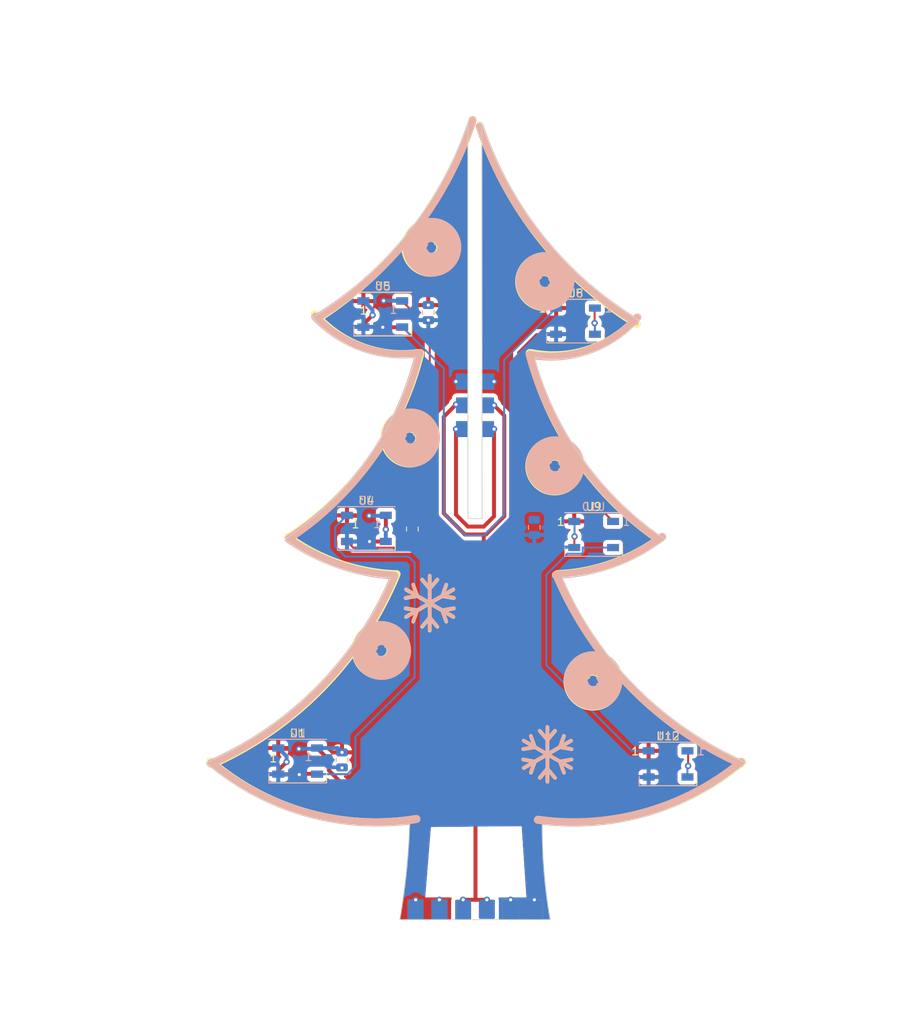
<source format=kicad_pcb>
(kicad_pcb (version 20221018) (generator pcbnew)
  (title_block (comment 4 "AISLER Project ID: LXSYRWOQ"))
  (layers (0 "F.Cu" signal) (31 "B.Cu" signal) (34 "B.Paste" user) (35 "F.Paste" user) (36 "B.SilkS" user "B.Silkscreen") (37 "F.SilkS" user "F.Silkscreen") (38 "B.Mask" user) (39 "F.Mask" user) (44 "Edge.Cuts" user))
  (net 0 "")
  (net 1 "+5V")
  (net 2 "GND")
  (net 3 "/DIN")
  (net 4 "Net-(U1-DOUT)")
  (net 5 "Net-(U2-DOUT)")
  (net 6 "Net-(U3-DOUT)")
  (net 7 "Net-(U4-DOUT)")
  (net 8 "Net-(U5-DOUT)")
  (net 9 "/Dout")
  (net 10 "Net-(U6-DOUT)")
  (net 11 "Net-(U7-DOUT)")
  (net 12 "Net-(U8-DOUT)")
  (net 13 "Net-(U10-DIN)")
  (net 14 "Net-(U10-DOUT)")
  (net 15 "Net-(U11-DOUT)")
  (footprint "Capacitor_SMD:C_0805_2012Metric" (layer "F.Cu") (at 131.584 80.711 -90)
    (fp_text reference "C16" hide)
    (fp_text value "0.1uF")
    (pad "1" smd roundrect (at -0.95 0 270) (size 1 1.45) (layers "F.Cu" "F.Paste" "F.Mask") (net 1 "+5V"))
    (pad "2" smd roundrect (at 0.95 0 270) (size 1 1.45) (layers "F.Cu" "F.Paste" "F.Mask") (net 2 "GND"))
  )
  (footprint "LOGO" (layer "F.Cu") (at 127.6 95.5 10)
    (fp_text reference "G***" hide)
    (fp_text value "LOGO" hide)
  )
  (footprint "LED_SMD:LED_WS2812B_PLCC4_5.0x5.0mm_P3.2mm" (layer "F.Cu") (at 127.85 53.6)
    (fp_text reference "U5" (at 0 -3.5) (layer "F.SilkS"))
    (fp_text value "WS2812B")
    (fp_text user "1" (at -2.425 -0.475) (layer "F.SilkS"))
    (pad "1" smd rect (at -2.45 -1.65) (size 1.5 0.9) (layers "F.Cu" "F.Paste" "F.Mask") (net 1 "+5V"))
    (pad "2" smd rect (at -2.45 1.65) (size 1.5 0.9) (layers "F.Cu" "F.Paste" "F.Mask") (net 8 "Net-(U5-DOUT)"))
    (pad "3" smd rect (at 2.45 1.65) (size 1.5 0.9) (layers "F.Cu" "F.Paste" "F.Mask") (net 2 "GND"))
    (pad "4" smd rect (at 2.45 -1.65) (size 1.5 0.9) (layers "F.Cu" "F.Paste" "F.Mask") (net 7 "Net-(U4-DOUT)"))
  )
  (footprint "Capacitor_SMD:C_0805_2012Metric" (layer "F.Cu") (at 133.6 53.4 -90)
    (fp_text reference "C12" hide)
    (fp_text value "0.1uF")
    (pad "1" smd roundrect (at -0.95 0 270) (size 1 1.45) (layers "F.Cu" "F.Paste" "F.Mask") (net 1 "+5V"))
    (pad "2" smd roundrect (at 0.95 0 270) (size 1 1.45) (layers "F.Cu" "F.Paste" "F.Mask") (net 2 "GND"))
  )
  (footprint "LED_SMD:LED_WS2812B_PLCC4_5.0x5.0mm_P3.2mm" (layer "F.Cu") (at 117.1 110)
    (fp_text reference "U1" (at 0 -3.5) (layer "F.SilkS"))
    (fp_text value "WS2812B")
    (fp_text user "1" (at -3.075 -0.35) (layer "F.SilkS"))
    (pad "1" smd rect (at -2.45 -1.65) (size 1.5 0.9) (layers "F.Cu" "F.Paste" "F.Mask") (net 1 "+5V"))
    (pad "2" smd rect (at -2.45 1.65) (size 1.5 0.9) (layers "F.Cu" "F.Paste" "F.Mask") (net 4 "Net-(U1-DOUT)"))
    (pad "3" smd rect (at 2.45 1.65) (size 1.5 0.9) (layers "F.Cu" "F.Paste" "F.Mask") (net 2 "GND"))
    (pad "4" smd rect (at 2.45 -1.65) (size 1.5 0.9) (layers "F.Cu" "F.Paste" "F.Mask") (net 3 "/DIN"))
  )
  (footprint "LED_SMD:LED_WS2812B_PLCC4_5.0x5.0mm_P3.2mm" (layer "F.Cu") (at 152.195 54.473)
    (fp_text reference "U8" (at 0 -3.5 -360) (layer "F.SilkS"))
    (fp_text value "WS2812B")
    (fp_text user "1" (at -4.15 -1.6 -360) (layer "F.SilkS"))
    (pad "1" smd rect (at -2.45 -1.65) (size 1.5 0.9) (layers "F.Cu" "F.Paste" "F.Mask") (net 1 "+5V"))
    (pad "2" smd rect (at -2.45 1.65) (size 1.5 0.9) (layers "F.Cu" "F.Paste" "F.Mask") (net 12 "Net-(U8-DOUT)"))
    (pad "3" smd rect (at 2.45 1.65) (size 1.5 0.9) (layers "F.Cu" "F.Paste" "F.Mask") (net 2 "GND"))
    (pad "4" smd rect (at 2.45 -1.65) (size 1.5 0.9) (layers "F.Cu" "F.Paste" "F.Mask") (net 11 "Net-(U7-DOUT)"))
  )
  (footprint "LED_SMD:LED_WS2812B_PLCC4_5.0x5.0mm_P3.2mm" (layer "F.Cu") (at 154.481 81.397)
    (fp_text reference "U9" (at 0 -3.5) (layer "F.SilkS"))
    (fp_text value "WS2812B")
    (fp_text user "1" (at -4.15 -1.6) (layer "F.SilkS"))
    (pad "1" smd rect (at -2.45 -1.65) (size 1.5 0.9) (layers "F.Cu" "F.Paste" "F.Mask") (net 1 "+5V"))
    (pad "2" smd rect (at -2.45 1.65) (size 1.5 0.9) (layers "F.Cu" "F.Paste" "F.Mask") (net 13 "Net-(U10-DIN)"))
    (pad "3" smd rect (at 2.45 1.65) (size 1.5 0.9) (layers "F.Cu" "F.Paste" "F.Mask") (net 2 "GND"))
    (pad "4" smd rect (at 2.45 -1.65) (size 1.5 0.9) (layers "F.Cu" "F.Paste" "F.Mask") (net 12 "Net-(U8-DOUT)"))
  )
  (footprint "LOGO" (layer "F.Cu") (at 148.65 109.15)
    (fp_text reference "G***" hide)
    (fp_text value "LOGO" hide)
  )
  (footprint "LOGO" (layer "F.Cu") (at 148.374308 48.95 -10)
    (fp_text reference "G***" hide)
    (fp_text value "LOGO" hide)
  )
  (footprint "Capacitor_SMD:C_0805_2012Metric" (layer "F.Cu") (at 122.7 109.85 -90)
    (fp_text reference "C14" hide)
    (fp_text value "0.1uF")
    (pad "1" smd roundrect (at -0.95 0 270) (size 1 1.45) (layers "F.Cu" "F.Paste" "F.Mask") (net 1 "+5V"))
    (pad "2" smd roundrect (at 0.95 0 270) (size 1 1.45) (layers "F.Cu" "F.Paste" "F.Mask") (net 2 "GND"))
  )
  (footprint "LOGO" (layer "F.Cu") (at 133.78 90.083)
    (fp_text reference "G***" hide)
    (fp_text value "LOGO" hide)
  )
  (footprint "LED_SMD:LED_WS2812B_PLCC4_5.0x5.0mm_P3.2mm" (layer "F.Cu") (at 125.779 80.635)
    (fp_text reference "U4" (at 0 -3.5) (layer "F.SilkS"))
    (fp_text value "WS2812B")
    (fp_text user "1" (at -1.375 -0.525) (layer "F.SilkS"))
    (pad "1" smd rect (at -2.45 -1.65) (size 1.5 0.9) (layers "F.Cu" "F.Paste" "F.Mask") (net 1 "+5V"))
    (pad "2" smd rect (at -2.45 1.65) (size 1.5 0.9) (layers "F.Cu" "F.Paste" "F.Mask") (net 7 "Net-(U4-DOUT)"))
    (pad "3" smd rect (at 2.45 1.65) (size 1.5 0.9) (layers "F.Cu" "F.Paste" "F.Mask") (net 2 "GND"))
    (pad "4" smd rect (at 2.45 -1.65) (size 1.5 0.9) (layers "F.Cu" "F.Paste" "F.Mask") (net 6 "Net-(U3-DOUT)"))
  )
  (footprint "LED_SMD:LED_WS2812B_PLCC4_5.0x5.0mm_P3.2mm" (layer "F.Cu") (at 163.879 110.353)
    (fp_text reference "U12" (at 0 -3.5) (layer "F.SilkS"))
    (fp_text value "WS2812B")
    (fp_text user "1" (at -4.15 -1.6) (layer "F.SilkS"))
    (pad "1" smd rect (at -2.45 -1.65) (size 1.5 0.9) (layers "F.Cu" "F.Paste" "F.Mask") (net 1 "+5V"))
    (pad "2" smd rect (at -2.45 1.65) (size 1.5 0.9) (layers "F.Cu" "F.Paste" "F.Mask") (net 9 "/Dout"))
    (pad "3" smd rect (at 2.45 1.65) (size 1.5 0.9) (layers "F.Cu" "F.Paste" "F.Mask") (net 2 "GND"))
    (pad "4" smd rect (at 2.45 -1.65) (size 1.5 0.9) (layers "F.Cu" "F.Paste" "F.Mask") (net 15 "Net-(U11-DOUT)"))
  )
  (footprint "LOGO" (layer "F.Cu") (at 131.225 68.725 10)
    (fp_text reference "G***" hide)
    (fp_text value "LOGO" hide)
  )
  (footprint "LOGO" (layer "F.Cu") (at 133.875 44.65 10)
    (fp_text reference "G***" hide)
    (fp_text value "LOGO" hide)
  )
  (footprint "LOGO" (layer "F.Cu") (at 154.474308 99.375 -10)
    (fp_text reference "G***" hide)
    (fp_text value "LOGO" hide)
  )
  (footprint "LOGO" (layer "F.Cu") (at 149.65 72.225 -10)
    (fp_text reference "G***" hide)
    (fp_text value "LOGO" hide)
  )
  (footprint "LED_SMD:LED_WS2812B_PLCC4_5.0x5.0mm_P3.2mm" (layer "B.Cu") (at 163.879 110.353 180)
    (fp_text reference "U11" (at 0 3.5) (layer "B.SilkS") (effects (justify mirror)))
    (fp_text value "WS2812B")
    (fp_text user "1" (at -4.15 1.6) (layer "B.SilkS") (effects (justify mirror)))
    (pad "1" smd rect (at -2.45 1.65 180) (size 1.5 0.9) (layers "B.Cu" "B.Paste" "B.Mask") (net 1 "+5V"))
    (pad "2" smd rect (at -2.45 -1.65 180) (size 1.5 0.9) (layers "B.Cu" "B.Paste" "B.Mask") (net 15 "Net-(U11-DOUT)"))
    (pad "3" smd rect (at 2.45 -1.65 180) (size 1.5 0.9) (layers "B.Cu" "B.Paste" "B.Mask") (net 2 "GND"))
    (pad "4" smd rect (at 2.45 1.65 180) (size 1.5 0.9) (layers "B.Cu" "B.Paste" "B.Mask") (net 14 "Net-(U10-DOUT)"))
  )
  (footprint "LOGO" (layer "B.Cu") (at 133.975 44.6 -170)
    (fp_text reference "G***" hide)
    (fp_text value "LOGO" hide)
  )
  (footprint "LED_SMD:LED_WS2812B_PLCC4_5.0x5.0mm_P3.2mm" (layer "B.Cu") (at 125.779 80.635 180)
    (fp_text reference "U3" (at 0 3.5) (layer "B.SilkS") (effects (justify mirror)))
    (fp_text value "WS2812B")
    (fp_text user "1" (at -1.375 0.55) (layer "B.SilkS") (effects (justify mirror)))
    (pad "1" smd rect (at -2.45 1.65 180) (size 1.5 0.9) (layers "B.Cu" "B.Paste" "B.Mask") (net 1 "+5V"))
    (pad "2" smd rect (at -2.45 -1.65 180) (size 1.5 0.9) (layers "B.Cu" "B.Paste" "B.Mask") (net 6 "Net-(U3-DOUT)"))
    (pad "3" smd rect (at 2.45 -1.65 180) (size 1.5 0.9) (layers "B.Cu" "B.Paste" "B.Mask") (net 2 "GND"))
    (pad "4" smd rect (at 2.45 1.65 180) (size 1.5 0.9) (layers "B.Cu" "B.Paste" "B.Mask") (net 5 "Net-(U2-DOUT)"))
  )
  (footprint "LOGO" (layer "B.Cu") (at 148.375 48.925 170)
    (fp_text reference "G***" hide)
    (fp_text value "LOGO" hide)
  )
  (footprint "Capacitor_SMD:C_0805_2012Metric" (layer "B.Cu") (at 122.7 109.85 -90)
    (fp_text reference "C13" hide)
    (fp_text value "0.1uF")
    (pad "1" smd roundrect (at -0.95 0 270) (size 1 1.45) (layers "B.Cu" "B.Paste" "B.Mask") (net 1 "+5V"))
    (pad "2" smd roundrect (at 0.95 0 270) (size 1 1.45) (layers "B.Cu" "B.Paste" "B.Mask") (net 2 "GND"))
  )
  (footprint "LED_SMD:LED_WS2812B_PLCC4_5.0x5.0mm_P3.2mm" (layer "B.Cu") (at 127.85 53.55 180)
    (fp_text reference "U6" (at 0 3.5) (layer "B.SilkS") (effects (justify mirror)))
    (fp_text value "WS2812B")
    (fp_text user "1" (at -1.35 0.5) (layer "B.SilkS") (effects (justify mirror)))
    (pad "1" smd rect (at -2.45 1.65 180) (size 1.5 0.9) (layers "B.Cu" "B.Paste" "B.Mask") (net 1 "+5V"))
    (pad "2" smd rect (at -2.45 -1.65 180) (size 1.5 0.9) (layers "B.Cu" "B.Paste" "B.Mask") (net 10 "Net-(U6-DOUT)"))
    (pad "3" smd rect (at 2.45 -1.65 180) (size 1.5 0.9) (layers "B.Cu" "B.Paste" "B.Mask") (net 2 "GND"))
    (pad "4" smd rect (at 2.45 1.65 180) (size 1.5 0.9) (layers "B.Cu" "B.Paste" "B.Mask") (net 8 "Net-(U5-DOUT)"))
  )
  (footprint "LOGO" (layer "B.Cu") (at 149.645582 72.183426 170)
    (fp_text reference "G***" hide)
    (fp_text value "LOGO" hide)
  )
  (footprint "LED_SMD:LED_WS2812B_PLCC4_5.0x5.0mm_P3.2mm" (layer "B.Cu") (at 117.1 110 180)
    (fp_text reference "U2" (at 0 3.5) (layer "B.SilkS") (effects (justify mirror)))
    (fp_text value "WS2812B")
    (fp_text user "1" (at -1.375 0.525) (layer "B.SilkS") (effects (justify mirror)))
    (pad "1" smd rect (at -2.45 1.65 180) (size 1.5 0.9) (layers "B.Cu" "B.Paste" "B.Mask") (net 1 "+5V"))
    (pad "2" smd rect (at -2.45 -1.65 180) (size 1.5 0.9) (layers "B.Cu" "B.Paste" "B.Mask") (net 5 "Net-(U2-DOUT)"))
    (pad "3" smd rect (at 2.45 -1.65 180) (size 1.5 0.9) (layers "B.Cu" "B.Paste" "B.Mask") (net 2 "GND"))
    (pad "4" smd rect (at 2.45 1.65 180) (size 1.5 0.9) (layers "B.Cu" "B.Paste" "B.Mask") (net 4 "Net-(U1-DOUT)"))
  )
  (footprint "LED_SMD:LED_WS2812B_PLCC4_5.0x5.0mm_P3.2mm" (layer "B.Cu") (at 152.195 54.473 180)
    (fp_text reference "U7" (at 0 3.5) (layer "B.SilkS") (effects (justify mirror)))
    (fp_text value "WS2812B")
    (fp_text user "1" (at -4.15 1.6) (layer "B.SilkS") (effects (justify mirror)))
    (pad "1" smd rect (at -2.45 1.65 180) (size 1.5 0.9) (layers "B.Cu" "B.Paste" "B.Mask") (net 1 "+5V"))
    (pad "2" smd rect (at -2.45 -1.65 180) (size 1.5 0.9) (layers "B.Cu" "B.Paste" "B.Mask") (net 11 "Net-(U7-DOUT)"))
    (pad "3" smd rect (at 2.45 -1.65 180) (size 1.5 0.9) (layers "B.Cu" "B.Paste" "B.Mask") (net 2 "GND"))
    (pad "4" smd rect (at 2.45 1.65 180) (size 1.5 0.9) (layers "B.Cu" "B.Paste" "B.Mask") (net 10 "Net-(U6-DOUT)"))
  )
  (footprint "LOGO" (layer "B.Cu") (at 131.275692 68.65 -170)
    (fp_text reference "G***" hide)
    (fp_text value "LOGO" hide)
  )
  (footprint "Capacitor_SMD:C_0805_2012Metric" (layer "B.Cu") (at 133.6 53.4 -90)
    (fp_text reference "C15" hide)
    (fp_text value "0.1uF")
    (pad "1" smd roundrect (at -0.95 0 270) (size 1 1.45) (layers "B.Cu" "B.Paste" "B.Mask") (net 1 "+5V"))
    (pad "2" smd roundrect (at 0.95 0 270) (size 1 1.45) (layers "B.Cu" "B.Paste" "B.Mask") (net 2 "GND"))
  )
  (footprint "LOGO" (layer "B.Cu") (at 127.625692 95.5 -170)
    (fp_text reference "G***" hide)
    (fp_text value "LOGO" hide)
  )
  (footprint "Capacitor_SMD:C_0805_2012Metric" (layer "B.Cu") (at 146.988 80.508 -90)
    (fp_text reference "C11" hide)
    (fp_text value "0.1uF")
    (pad "1" smd roundrect (at -0.95 0 270) (size 1 1.45) (layers "B.Cu" "B.Paste" "B.Mask") (net 1 "+5V"))
    (pad "2" smd roundrect (at 0.95 0 270) (size 1 1.45) (layers "B.Cu" "B.Paste" "B.Mask") (net 2 "GND"))
  )
  (footprint "LED_SMD:LED_WS2812B_PLCC4_5.0x5.0mm_P3.2mm" (layer "B.Cu") (at 154.481 81.397 180)
    (fp_text reference "U10" (at 0 3.5) (layer "B.SilkS") (effects (justify mirror)))
    (fp_text value "WS2812B")
    (fp_text user "1" (at -4.15 1.6) (layer "B.SilkS") (effects (justify mirror)))
    (pad "1" smd rect (at -2.45 1.65 180) (size 1.5 0.9) (layers "B.Cu" "B.Paste" "B.Mask") (net 1 "+5V"))
    (pad "2" smd rect (at -2.45 -1.65 180) (size 1.5 0.9) (layers "B.Cu" "B.Paste" "B.Mask") (net 14 "Net-(U10-DOUT)"))
    (pad "3" smd rect (at 2.45 -1.65 180) (size 1.5 0.9) (layers "B.Cu" "B.Paste" "B.Mask") (net 2 "GND"))
    (pad "4" smd rect (at 2.45 1.65 180) (size 1.5 0.9) (layers "B.Cu" "B.Paste" "B.Mask") (net 13 "Net-(U10-DIN)"))
  )
  (footprint "LOGO" (layer "B.Cu") (at 154.45 99.3 170)
    (fp_text reference "G***" hide)
    (fp_text value "LOGO" hide)
  )
  (footprint "LOGO" (layer "B.Cu") (at 148.625 109.125 180)
    (fp_text reference "G***" hide)
    (fp_text value "LOGO" hide)
  )
  (footprint "LOGO" (layer "B.Cu") (at 131.375 107.8 180)
    (fp_text reference "G***" hide)
    (fp_text value "LOGO" hide)
  )
  (footprint "LOGO" (layer "B.Cu") (at 133.78 90.033 180)
    (fp_text reference "G***" hide)
    (fp_text value "LOGO" hide)
  )
  (gr_circle (center 131.375 69.2) (end 130.675 69.2) (stroke (width 3)) (fill none) (layer "B.SilkS"))
  (gr_arc (start 129.316451 86.614628) (mid 120 100.7) (end 106.116451 110.314628) (stroke (width 1)) (layer "B.SilkS"))
  (gr_arc (start 139.2 29.1) (mid 131.560632 43.358747) (end 119.465289 54.1) (stroke (width 1)) (layer "B.SilkS"))
  (gr_circle (center 154.425 99.825) (end 153.725 99.825) (stroke (width 3)) (fill none) (layer "B.SilkS"))
  (gr_arc (start 173 110.3) (mid 159.266762 100.696078) (end 149.9 86.8) (stroke (width 1)) (layer "B.SilkS"))
  (gr_circle (center 149.620582 72.708426) (end 148.920582 72.708426) (stroke (width 3)) (fill none) (layer "B.SilkS"))
  (gr_arc (start 132.401653 58.61531) (mid 126.417887 71.828908) (end 116 81.9) (stroke (width 1)) (layer "B.SilkS"))
  (gr_arc (start 162.7 82) (mid 152.595241 71.905581) (end 146.475643 59) (stroke (width 1)) (layer "B.SilkS"))
  (gr_arc (start 163.14716 81.699399) (mid 156.792192 85.140982) (end 149.7 86.5) (stroke (width 1)) (layer "B.SilkS"))
  (gr_circle (center 134.074308 45.15) (end 133.374308 45.15) (stroke (width 3)) (fill none) (layer "B.SilkS"))
  (gr_arc (start 132.1 117.3) (mid 118.379651 116.57298) (end 106.198414 110.217351) (stroke (width 1)) (layer "B.SilkS"))
  (gr_arc (start 160 54) (mid 153.813874 58.159832) (end 146.379466 58.709317) (stroke (width 1)) (layer "B.SilkS"))
  (gr_circle (center 148.35 49.45) (end 147.65 49.45) (stroke (width 3)) (fill none) (layer "B.SilkS"))
  (gr_arc (start 132.514132 58.537707) (mid 125.355473 57.840805) (end 119.314132 53.937707) (stroke (width 1)) (layer "B.SilkS"))
  (gr_arc (start 159.7 54.5) (mid 147.736711 43.923596) (end 140.1 29.9) (stroke (width 1)) (layer "B.SilkS"))
  (gr_arc (start 129.252366 86.586519) (mid 122.3 85.2) (end 115.964116 81.986519) (stroke (width 1)) (layer "B.SilkS"))
  (gr_circle (center 127.725 96.05) (end 127.025 96.05) (stroke (width 3)) (fill none) (layer "B.SilkS"))
  (gr_arc (start 173.124126 110.1) (mid 161.037577 116.436137) (end 147.425 117.4) (stroke (width 1)) (layer "B.SilkS"))
  (gr_arc (start 132.6 58.5) (mid 126.663151 71.545356) (end 116.375643 81.5) (stroke (width 1)) (layer "F.SilkS"))
  (gr_arc (start 139.1 29.5) (mid 131.415966 43.490871) (end 119.6 54.2) (stroke (width 1)) (layer "F.SilkS"))
  (gr_circle (center 133.9 45.175) (end 134.6 45.175) (stroke (width 3)) (fill none) (layer "F.SilkS"))
  (gr_circle (center 127.625 96.025) (end 128.325 96.025) (stroke (width 3)) (fill none) (layer "F.SilkS"))
  (gr_arc (start 162.8 82.1) (mid 152.430157 71.807857) (end 146.4 58.5) (stroke (width 1)) (layer "F.SilkS"))
  (gr_arc (start 163.1 81.7) (mid 156.852952 85.041271) (end 149.9 86.4) (stroke (width 1)) (layer "F.SilkS"))
  (gr_circle (center 131.25 69.25) (end 131.95 69.25) (stroke (width 3)) (fill none) (layer "F.SilkS"))
  (gr_arc (start 132.3 58.5) (mid 125.17926 57.696861) (end 119.3 53.6) (stroke (width 1)) (layer "F.SilkS"))
  (gr_circle (center 154.375 99.925) (end 155.075 99.925) (stroke (width 3)) (fill none) (layer "F.SilkS"))
  (gr_arc (start 159.934711 54.845489) (mid 147.8 44.1) (end 140.084711 29.845489) (stroke (width 1)) (layer "F.SilkS"))
  (gr_arc (start 132.1 117.3) (mid 118.295153 116.518039) (end 106.100874 110) (stroke (width 1)) (layer "F.SilkS"))
  (gr_arc (start 160 54) (mid 153.910537 58.039372) (end 146.6 58.5) (stroke (width 1)) (layer "F.SilkS"))
  (gr_arc (start 173.253169 110.111326) (mid 161.141798 116.496742) (end 147.5 117.4) (stroke (width 1)) (layer "F.SilkS"))
  (gr_circle (center 149.550692 72.775) (end 150.250692 72.775) (stroke (width 3)) (fill none) (layer "F.SilkS"))
  (gr_circle (center 148.275 49.5) (end 148.975 49.5) (stroke (width 3)) (fill none) (layer "F.SilkS"))
  (gr_arc (start 129.34716 86.400601) (mid 122.277529 85.04026) (end 115.9 81.7) (stroke (width 1)) (layer "F.SilkS"))
  (gr_arc (start 173.1 110.3) (mid 159.216451 100.685373) (end 149.9 86.6) (stroke (width 1)) (layer "F.SilkS"))
  (gr_arc (start 129.6 86.4) (mid 120.263553 100.658239) (end 106.3 110.4) (stroke (width 1)) (layer "F.SilkS"))
  (gr_arc (start 163.5 82) (mid 153.174258 71.989119) (end 147 59) (stroke (width 0.1)) (layer "Edge.Cuts"))
  (gr_arc (start 173.7 110.2) (mid 161.66749 116.793526) (end 148 118) (stroke (width 0.1)) (layer "Edge.Cuts"))
  (gr_arc (start 138.6 29.4) (mid 130.962435 43.422916) (end 119 54) (stroke (width 0.1)) (layer "Edge.Cuts"))
  (gr_arc (start 132 59) (mid 125.825741 71.989118) (end 115.5 82) (stroke (width 0.1)) (layer "Edge.Cuts"))
  (gr_arc (start 128.85 86.85) (mid 119.423822 100.755614) (end 105.537921 110.210808) (stroke (width 0.1)) (layer "Edge.Cuts"))
  (gr_line (start 140.35 29.4) (end 140.4 79.4) (stroke (width 0.1)) (layer "Edge.Cuts"))
  (gr_line (start 138.6 29.4) (end 138.6 79.4) (stroke (width 0.1)) (layer "Edge.Cuts"))
  (gr_arc (start 131.237047 117.978087) (mid 117.571078 116.795641) (end 105.537921 110.210808) (stroke (width 0.1)) (layer "Edge.Cuts"))
  (gr_arc (start 163.5 82) (mid 157.374925 85.415423) (end 150.5 86.8) (stroke (width 0.1)) (layer "Edge.Cuts"))
  (gr_arc (start 160.2 54.4) (mid 154.214035 58.462012) (end 147 59) (stroke (width 0.1)) (layer "Edge.Cuts"))
  (gr_arc (start 149.000001 130) (mid 148.237049 124.021913) (end 148 118) (stroke (width 0.1)) (layer "Edge.Cuts"))
  (gr_arc (start 131.237047 117.978087) (mid 130.823568 124.010142) (end 130 130) (stroke (width 0.1)) (layer "Edge.Cuts"))
  (gr_line (start 130 130) (end 149 130) (stroke (width 0.1)) (layer "Edge.Cuts"))
  (gr_arc (start 160.2 54.4) (mid 148.066557 43.653503) (end 140.35 29.4) (stroke (width 0.1)) (layer "Edge.Cuts"))
  (gr_arc (start 128.85 86.85) (mid 121.802666 85.449879) (end 115.5 82) (stroke (width 0.1)) (layer "Edge.Cuts"))
  (gr_arc (start 173.7 110.2) (mid 159.886083 100.694995) (end 150.5 86.8) (stroke (width 0.1)) (layer "Edge.Cuts"))
  (gr_line (start 140.4 79.4) (end 138.6 79.4) (stroke (width 0.1)) (layer "Edge.Cuts"))
  (gr_arc (start 132 59) (mid 124.875047 58.124877) (end 119 54) (stroke (width 0.1)) (layer "Edge.Cuts"))
  (segment (start 117.25 108.45) (end 114.7 108.45) (width 0.5) (layer "F.Cu") (net 1))
  (segment (start 126.129 79.035) (end 123.329 79.035) (width 0.5) (layer "F.Cu") (net 1))
  (segment (start 114.7 108.45) (end 114.65 108.4) (width 0.5) (layer "F.Cu") (net 1))
  (via (at 132 127.5) (size 0.8) (drill 0.4) (layers "F.Cu" "B.Cu") (net 1))
  (via (at 122.7 108.9) (size 0.8) (drill 0.4) (layers "F.Cu" "B.Cu") (net 1))
  (via (at 137.1 62.1) (size 0.8) (drill 0.4) (layers "F.Cu" "B.Cu") (net 1))
  (via (at 127.95 51.9) (size 0.8) (drill 0.4) (layers "F.Cu" "B.Cu") (net 1))
  (via (at 135 127.5) (size 0.8) (drill 0.4) (layers "F.Cu" "B.Cu") (net 1))
  (via (at 117.25 108.45) (size 0.8) (drill 0.4) (layers "F.Cu" "B.Cu") (net 1))
  (via (at 141.9 62.1) (size 0.8) (drill 0.4) (layers "F.Cu" "B.Cu") (net 1))
  (via (at 133.6 52.45) (size 0.8) (drill 0.4) (layers "F.Cu" "B.Cu") (net 1))
  (via (at 126.129 79.035) (size 0.8) (drill 0.4) (layers "F.Cu" "B.Cu") (net 1))
  (segment (start 119.5 108.45) (end 119.55 108.4) (width 0.5) (layer "B.Cu") (net 1))
  (segment (start 126.129 79.035) (end 128.229 79.035) (width 0.5) (layer "B.Cu") (net 1))
  (segment (start 119.55 108.35) (end 122.15 108.35) (width 0.5) (layer "B.Cu") (net 1))
  (segment (start 127.95 51.9) (end 130.25 51.9) (width 0.5) (layer "B.Cu") (net 1))
  (segment (start 130.25 51.9) (end 130.3 51.95) (width 0.5) (layer "B.Cu") (net 1))
  (segment (start 141.9 62.1) (end 141.9 62.3) (width 0.5) (layer "B.Cu") (net 1))
  (segment (start 122.15 108.35) (end 122.7 108.9) (width 0.5) (layer "B.Cu") (net 1))
  (segment (start 117.25 108.45) (end 119.5 108.45) (width 0.5) (layer "B.Cu") (net 1))
  (segment (start 130.25 55.25) (end 130.3 55.2) (width 0.5) (layer "F.Cu") (net 2))
  (segment (start 140.61005 80.4) (end 141.9 79.11005) (width 0.5) (layer "F.Cu") (net 2))
  (segment (start 137.1 68.1) (end 137.1 78.9) (width 0.5) (layer "F.Cu") (net 2))
  (segment (start 117.4 111.6) (end 117.3 111.7) (width 0.5) (layer "F.Cu") (net 2))
  (segment (start 127.85 55.25) (end 130.25 55.25) (width 0.5) (layer "F.Cu") (net 2))
  (segment (start 137.1 78.9) (end 138.6 80.4) (width 0.5) (layer "F.Cu") (net 2))
  (segment (start 128.179 82.285) (end 128.229 82.235) (width 0.5) (layer "F.Cu") (net 2))
  (segment (start 141.9 79.11005) (end 141.9 68.1) (width 0.5) (layer "F.Cu") (net 2))
  (segment (start 138.6 80.4) (end 140.61005 80.4) (width 0.5) (layer "F.Cu") (net 2))
  (segment (start 119.55 111.6) (end 117.4 111.6) (width 0.5) (layer "F.Cu") (net 2))
  (segment (start 126.179 82.285) (end 128.179 82.285) (width 0.5) (layer "F.Cu") (net 2))
  (via (at 126.179 82.285) (size 0.8) (drill 0.4) (layers "F.Cu" "B.Cu") (net 2))
  (via (at 122.7 110.85) (size 0.8) (drill 0.4) (layers "F.Cu" "B.Cu") (net 2))
  (via (at 137.1 68.1) (size 0.8) (drill 0.4) (layers "F.Cu" "B.Cu") (net 2))
  (via (at 141.9 68.1) (size 0.8) (drill 0.4) (layers "F.Cu" "B.Cu") (net 2))
  (via (at 117.3 111.7) (size 0.8) (drill 0.4) (layers "F.Cu" "B.Cu") (net 2))
  (via (at 133.6 54.35) (size 0.8) (drill 0.4) (layers "F.Cu" "B.Cu") (net 2))
  (via (at 147 127.5) (size 0.8) (drill 0.4) (layers "F.Cu" "B.Cu") (net 2))
  (via (at 127.85 55.25) (size 0.8) (drill 0.4) (layers "F.Cu" "B.Cu") (net 2))
  (via (at 144 127.5) (size 0.8) (drill 0.4) (layers "F.Cu" "B.Cu") (net 2))
  (segment (start 114.75 111.7) (end 114.65 111.6) (width 0.5) (layer "B.Cu") (net 2))
  (segment (start 117.3 111.7) (end 114.75 111.7) (width 0.5) (layer "B.Cu") (net 2))
  (segment (start 123.924 82.336) (end 123.874 82.286) (width 0.5) (layer "B.Cu") (net 2))
  (segment (start 126.179 82.285) (end 123.379 82.285) (width 0.5) (layer "B.Cu") (net 2))
  (segment (start 138 127.5) (end 139.51 127.5) (width 0.5) (layer "F.Cu") (net 3))
  (segment (start 139.51 127.5) (end 141 127.5) (width 0.5) (layer "F.Cu") (net 3))
  (segment (start 121.05 111.18) (end 121.05 109.85) (width 0.5) (layer "F.Cu") (net 3))
  (segment (start 124.5 114.63) (end 121.05 111.18) (width 0.5) (layer "F.Cu") (net 3))
  (segment (start 121.05 109.85) (end 119.55 108.35) (width 0.5) (layer "F.Cu") (net 3))
  (segment (start 138.28 114.63) (end 124.5 114.63) (width 0.5) (layer "F.Cu") (net 3))
  (segment (start 139.56 127.45) (end 139.56 115.91) (width 0.5) (layer "F.Cu") (net 3))
  (segment (start 119.65 108.5) (end 119.55 108.4) (width 0.5) (layer "F.Cu") (net 3))
  (segment (start 119.6 108.35) (end 119.55 108.4) (width 0.5) (layer "F.Cu") (net 3))
  (segment (start 139.51 127.5) (end 139.56 127.45) (width 0.5) (layer "F.Cu") (net 3))
  (segment (start 139.56 115.91) (end 138.28 114.63) (width 0.5) (layer "F.Cu") (net 3))
  (via (at 141 127.5) (size 0.8) (drill 0.4) (layers "F.Cu" "B.Cu") (net 3))
  (via locked (at 138 127.5) (size 0.8) (drill 0.4) (layers "F.Cu" "B.Cu") (net 3))
  (segment (start 115.7 110.11) (end 114.65 111.16) (width 0.5) (layer "F.Cu") (net 4))
  (segment (start 114.65 111.16) (end 114.65 111.65) (width 0.5) (layer "F.Cu") (net 4))
  (via (at 115.7 110.11) (size 0.8) (drill 0.4) (layers "F.Cu" "B.Cu") (net 4))
  (segment (start 115.7 109.4) (end 114.65 108.35) (width 0.5) (layer "B.Cu") (net 4))
  (segment (start 115.7 110.11) (end 115.7 109.4) (width 0.5) (layer "B.Cu") (net 4))
  (segment (start 131.875 99.431) (end 124.382 106.924) (width 0.25) (layer "B.Cu") (net 5))
  (segment (start 131.113 84.191) (end 131.875 84.953) (width 0.25) (layer "B.Cu") (net 5))
  (segment (start 123.329 78.985) (end 121.842 80.472) (width 0.25) (layer "B.Cu") (net 5))
  (segment (start 131.875 84.953) (end 131.875 99.431) (width 0.25) (layer "B.Cu") (net 5))
  (segment (start 123.112 84.191) (end 131.113 84.191) (width 0.25) (layer "B.Cu") (net 5))
  (segment (start 121.842 82.921) (end 123.112 84.191) (width 0.25) (layer "B.Cu") (net 5))
  (segment (start 123.388173 111.65) (end 119.55 111.65) (width 0.25) (layer "B.Cu") (net 5))
  (segment (start 124.382 106.924) (end 124.382 110.656173) (width 0.25) (layer "B.Cu") (net 5))
  (segment (start 121.842 80.472) (end 121.842 82.921) (width 0.25) (layer "B.Cu") (net 5))
  (segment (start 124.382 110.656173) (end 123.388173 111.65) (width 0.25) (layer "B.Cu") (net 5))
  (segment (start 128.239 80.755) (end 128.239 78.995) (width 0.5) (layer "F.Cu") (net 6))
  (segment (start 128.239 78.995) (end 128.229 78.985) (width 0.5) (layer "F.Cu") (net 6))
  (via (at 128.239 80.755) (size 0.8) (drill 0.4) (layers "F.Cu" "B.Cu") (net 6))
  (segment (start 128.229 82.285) (end 128.239 80.755) (width 0.5) (layer "B.Cu") (net 6))
  (segment (start 128.239 80.755) (end 128.229 80.855) (width 0.5) (layer "B.Cu") (net 6))
  (segment (start 131.875 53.525) (end 130.3 51.95) (width 0.25) (layer "F.Cu") (net 7))
  (segment (start 124.104 83.06) (end 131.723173 83.06) (width 0.25) (layer "F.Cu") (net 7))
  (segment (start 133.78 81.003173) (end 133.78 56.632) (width 0.25) (layer "F.Cu") (net 7))
  (segment (start 123.329 82.285) (end 124.104 83.06) (width 0.25) (layer "F.Cu") (net 7))
  (segment (start 131.723173 83.06) (end 133.78 81.003173) (width 0.25) (layer "F.Cu") (net 7))
  (segment (start 131.875 54.727) (end 131.875 53.525) (width 0.25) (layer "F.Cu") (net 7))
  (segment (start 133.78 56.632) (end 131.875 54.727) (width 0.25) (layer "F.Cu") (net 7))
  (segment (start 126.56 53.72) (end 126.39 53.89) (width 0.5) (layer "F.Cu") (net 8))
  (segment (start 125.4 54.88) (end 126.56 53.72) (width 0.5) (layer "F.Cu") (net 8))
  (segment (start 125.4 55.25) (end 125.4 54.88) (width 0.5) (layer "F.Cu") (net 8))
  (via (at 126.56 53.72) (size 0.8) (drill 0.4) (layers "F.Cu" "B.Cu") (net 8))
  (segment (start 126.56 53.72) (end 126.56 53.06) (width 0.5) (layer "B.Cu") (net 8))
  (segment (start 126.56 53.06) (end 125.4 51.9) (width 0.5) (layer "B.Cu") (net 8))
  (segment (start 140.6 81.4) (end 140.889 81.4) (width 0.5) (layer "F.Cu") (net 9))
  (segment (start 143.2 66.4) (end 141.9 65.1) (width 0.5) (layer "F.Cu") (net 9))
  (segment (start 137.1 65) (end 135.558 66.542) (width 0.5) (layer "F.Cu") (net 9))
  (segment (start 140.889 81.4) (end 143.2 79.089) (width 0.5) (layer "F.Cu") (net 9))
  (segment (start 140.6 81.4) (end 140.6 97.742) (width 0.5) (layer "F.Cu") (net 9))
  (segment (start 135.558 66.542) (end 135.558 78.73) (width 0.5) (layer "F.Cu") (net 9))
  (segment (start 143.2 79.089) (end 143.2 66.4) (width 0.5) (layer "F.Cu") (net 9))
  (segment (start 135.558 78.73) (end 138.228 81.4) (width 0.5) (layer "F.Cu") (net 9))
  (segment (start 138.228 81.4) (end 140.6 81.4) (width 0.5) (layer "F.Cu") (net 9))
  (segment (start 154.861 112.003) (end 161.429 112.003) (width 0.5) (layer "F.Cu") (net 9))
  (segment (start 140.6 97.742) (end 154.861 112.003) (width 0.5) (layer "F.Cu") (net 9))
  (via (at 141.9 65.1) (size 0.8) (drill 0.4) (layers "F.Cu" "B.Cu") (net 9))
  (via (at 137.1 65) (size 0.8) (drill 0.4) (layers "F.Cu" "B.Cu") (net 9))
  (segment (start 130.3 55.2) (end 135.558 60.458) (width 0.25) (layer "B.Cu") (net 10))
  (segment (start 138.352 81.524) (end 140.638 81.524) (width 0.25) (layer "B.Cu") (net 10))
  (segment (start 135.558 60.458) (end 135.558 78.73) (width 0.25) (layer "B.Cu") (net 10))
  (segment (start 143.178 78.984) (end 143.178 59.39) (width 0.25) (layer "B.Cu") (net 10))
  (segment (start 143.178 59.39) (end 149.745 52.823) (width 0.25) (layer "B.Cu") (net 10))
  (segment (start 130.35 55.1) (end 130.3 55.15) (width 0.5) (layer "B.Cu") (net 10))
  (segment (start 135.558 78.73) (end 138.352 81.524) (width 0.25) (layer "B.Cu") (net 10))
  (segment (start 140.638 81.524) (end 143.178 78.984) (width 0.25) (layer "B.Cu") (net 10))
  (segment (start 154.608 52.86) (end 154.645 52.823) (width 0.25) (layer "F.Cu") (net 11))
  (segment (start 154.608 54.727) (end 154.608 52.86) (width 0.25) (layer "F.Cu") (net 11))
  (via (at 154.608 54.727) (size 0.8) (drill 0.4) (layers "F.Cu" "B.Cu") (net 11))
  (segment (start 154.645 56.123) (end 154.645 54.764) (width 0.25) (layer "B.Cu") (net 11))
  (segment (start 154.645 54.764) (end 154.608 54.727) (width 0.25) (layer "B.Cu") (net 11))
  (segment (start 144.956 67.772) (end 156.931 79.747) (width 0.25) (layer "F.Cu") (net 12))
  (segment (start 149.745 56.123) (end 147.243 56.123) (width 0.25) (layer "F.Cu") (net 12))
  (segment (start 147.243 56.123) (end 144.956 58.41) (width 0.25) (layer "F.Cu") (net 12))
  (segment (start 144.956 58.41) (end 144.956 67.772) (width 0.25) (layer "F.Cu") (net 12))
  (segment (start 152.068 81.651) (end 152.031 81.741) (width 0.25) (layer "F.Cu") (net 13))
  (segment (start 152.031 83.047) (end 152.068 81.651) (width 0.25) (layer "F.Cu") (net 13))
  (via (at 152.068 81.651) (size 0.8) (drill 0.4) (layers "F.Cu" "B.Cu") (net 13))
  (segment (start 152.068 81.651) (end 152.068 79.784) (width 0.25) (layer "B.Cu") (net 13))
  (segment (start 152.068 79.784) (end 152.031 79.747) (width 0.25) (layer "B.Cu") (net 13))
  (segment (start 151.167 83.822) (end 148.512 86.477) (width 0.25) (layer "B.Cu") (net 14))
  (segment (start 148.512 86.477) (end 148.512 97.907) (width 0.25) (layer "B.Cu") (net 14))
  (segment (start 156.931 83.047) (end 153.106 83.047) (width 0.25) (layer "B.Cu") (net 14))
  (segment (start 153.106 83.047) (end 153.106 83.822) (width 0.25) (layer "B.Cu") (net 14))
  (segment (start 153.106 83.822) (end 151.167 83.822) (width 0.25) (layer "B.Cu") (net 14))
  (segment (start 148.512 97.907) (end 159.308 108.703) (width 0.25) (layer "B.Cu") (net 14))
  (segment (start 159.308 108.703) (end 161.429 108.703) (width 0.25) (layer "B.Cu") (net 14))
  (segment (start 166.419 110.607) (end 166.419 108.793) (width 0.25) (layer "F.Cu") (net 15))
  (segment (start 166.419 108.793) (end 166.329 108.703) (width 0.25) (layer "F.Cu") (net 15))
  (via (at 166.419 110.607) (size 0.8) (drill 0.4) (layers "F.Cu" "B.Cu") (net 15))
  (segment (start 166.329 112.003) (end 166.329 110.824) (width 0.25) (layer "B.Cu") (net 15))
  (segment (start 166.419 110.607) (end 166.419 110.734) (width 0.25) (layer "B.Cu") (net 15))
  (segment (start 166.329 110.824) (end 166.419 110.607) (width 0.25) (layer "B.Cu") (net 15))
  (zone (net 1) (net_name "+5V") (layer "F.Cu") (connect_pads (clearance 0.508)) (min_thickness 0.254) (fill yes (thermal_gap 0.508) (thermal_bridge_width 0.508))
    (polygon (pts (xy 158.9 20.95) (xy 185.15 132.5) (xy 90.25 139.5) (xy 92 125.95) (xy 92.2 18.35)))
  )
  (zone (net 9) (net_name "/Dout") (layers "F&B.Cu") (priority 1) (connect_pads (clearance 0.508)) (min_thickness 0.254) (fill yes (thermal_gap 0.508) (thermal_bridge_width 0.508) (island_removal_mode 1) (island_area_min 0))
    (polygon (pts (xy 137.1 66.1) (xy 137.1 64.1) (xy 138.608 64.1) (xy 138.608 66.1)))
  )
  (zone (net 9) (net_name "/Dout") (layers "F&B.Cu") (priority 1) (connect_pads (clearance 0.508)) (min_thickness 0.254) (fill yes (thermal_gap 0.508) (thermal_bridge_width 0.508) (island_removal_mode 1) (island_area_min 0))
    (polygon (pts (xy 140.392 66.1) (xy 140.392 64.1) (xy 141.9 64.1) (xy 141.9 66.1)))
  )
  (zone (net 1) (net_name "+5V") (layers "F&B.Cu") (priority 1) (connect_pads (clearance 0.508)) (min_thickness 0.254) (fill yes (thermal_gap 0.508) (thermal_bridge_width 0.508) (island_removal_mode 1) (island_area_min 0))
    (polygon (pts (xy 137.098 63.1) (xy 137.098 61.1) (xy 138.606 61.1) (xy 138.606 63.1)))
  )
  (zone (net 1) (net_name "+5V") (layers "F&B.Cu") (priority 1) (connect_pads (clearance 0.508)) (min_thickness 0.254) (fill yes (thermal_gap 0.508) (thermal_bridge_width 0.508) (island_removal_mode 1) (island_area_min 0))
    (polygon (pts (xy 140.392 63.1) (xy 140.392 61.1) (xy 141.9 61.1) (xy 141.9 63.1)))
  )
  (zone (net 2) (net_name "GND") (layers "F&B.Cu") (priority 1) (connect_pads (clearance 0.508)) (min_thickness 0.254) (fill yes (thermal_gap 0.508) (thermal_bridge_width 0.508) (island_removal_mode 1) (island_area_min 0))
    (polygon (pts (xy 137.1 69.1) (xy 137.1 67.1) (xy 138.608 67.1) (xy 138.608 69.1)))
  )
  (zone (net 2) (net_name "GND") (layers "F&B.Cu") (priority 1) (connect_pads (clearance 0.508)) (min_thickness 0.254) (fill yes (thermal_gap 0.508) (thermal_bridge_width 0.508) (island_removal_mode 1) (island_area_min 0))
    (polygon (pts (xy 140.392 69.1) (xy 140.392 67.1) (xy 141.9 67.1) (xy 141.9 69.1)))
  )
  (zone (net 2) (net_name "GND") (layers "F&B.Cu") (priority 1) (connect_pads (clearance 0.508)) (min_thickness 0.254) (fill yes (thermal_gap 0.508) (thermal_bridge_width 0.508) (island_removal_mode 1) (island_area_min 0))
    (polygon (pts (xy 148 129.897) (xy 146 129.897) (xy 146 127.5) (xy 148 127.5)))
  )
  (zone (net 1) (net_name "+5V") (layers "F&B.Cu") (priority 1) (connect_pads (clearance 0.508)) (min_thickness 0.254) (fill yes (thermal_gap 0.508) (thermal_bridge_width 0.508) (island_removal_mode 1) (island_area_min 0))
    (polygon (pts (xy 133 130.024) (xy 131 130.024) (xy 131 127.5) (xy 133 127.5)))
  )
  (zone (net 1) (net_name "+5V") (layers "F&B.Cu") (priority 1) (connect_pads (clearance 0.508)) (min_thickness 0.254) (fill yes (thermal_gap 0.508) (thermal_bridge_width 0.508) (island_removal_mode 1) (island_area_min 0))
    (polygon (pts (xy 136 130.024) (xy 134 130.024) (xy 134 127.5) (xy 136 127.5)))
  )
  (zone (net 3) (net_name "/DIN") (layers "F&B.Cu") (priority 1) (connect_pads (clearance 0.508)) (min_thickness 0.254) (fill yes (thermal_gap 0.508) (thermal_bridge_width 0.508) (island_removal_mode 1) (island_area_min 0))
    (polygon (pts (xy 142 129.897) (xy 140 129.897) (xy 140 127.5) (xy 142 127.5)))
  )
  (zone (net 3) (net_name "/DIN") (layers "F&B.Cu") (priority 1) (connect_pads (clearance 0.508)) (min_thickness 0.254) (fill yes (thermal_gap 0.508) (thermal_bridge_width 0.508) (island_removal_mode 1) (island_area_min 0))
    (polygon (pts (xy 139 130.024) (xy 137 130.024) (xy 137 127.5) (xy 139 127.5)))
  )
  (zone (net 2) (net_name "GND") (layers "F&B.Cu") (priority 1) (connect_pads (clearance 0.508)) (min_thickness 0.254) (fill yes (thermal_gap 0.508) (thermal_bridge_width 0.508) (island_removal_mode 1) (island_area_min 0))
    (polygon (pts (xy 145 129.897) (xy 143 129.897) (xy 143 127.5) (xy 145 127.5)))
  )
  (zone (net 0) (net_name "") (layers "F&B.Cu" "F.Mask") (connect_pads (clearance 0)) (min_thickness 0.254)
    (keepout (tracks allowed) (vias allowed) (pads allowed) (copperpour not_allowed) (footprints allowed))
    (fill (thermal_gap 0.508) (thermal_bridge_width 0.508))
    (polygon (pts (xy 145.4 118.2) (xy 146 127.2) (xy 133.2 127.2) (xy 133.91985 118.308538)))
  )
  (zone (net 2) (net_name "GND") (layer "B.Cu") (connect_pads (clearance 0.508)) (min_thickness 0.254) (fill yes (thermal_gap 0.508) (thermal_bridge_width 0.508))
    (polygon (pts (xy 174 18.35) (xy 196.1 132.95) (xy 79.5 143.2) (xy 84.3 13.95)))
  )
)
</source>
